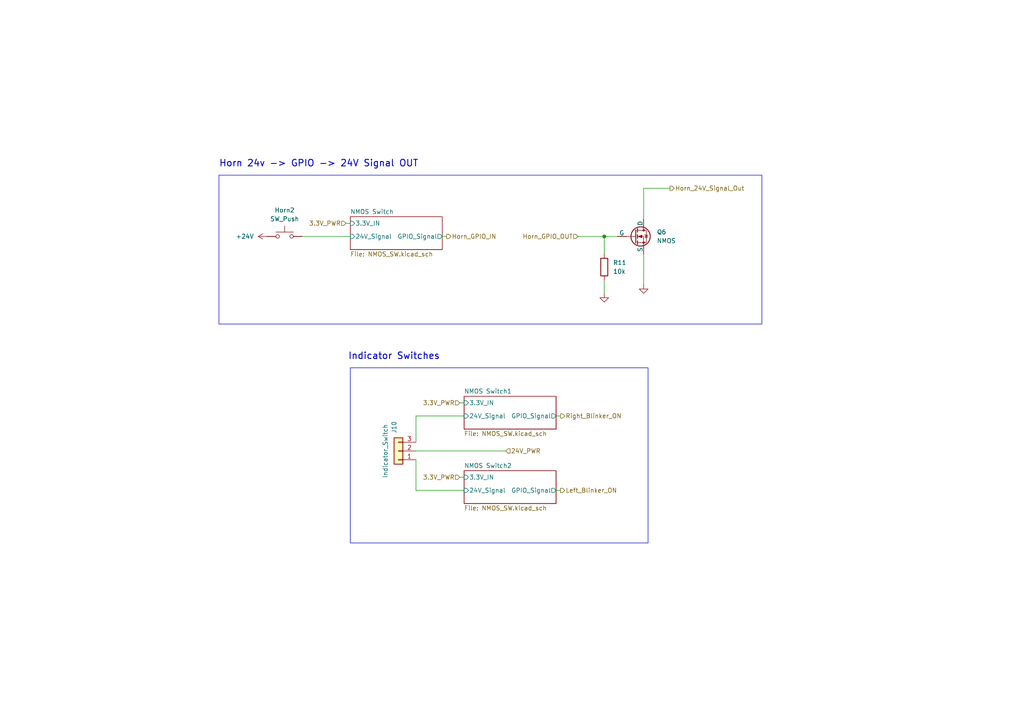
<source format=kicad_sch>
(kicad_sch (version 20250114) (generator "eeschema") (generator_version "9.0")
  (paper "A4")
  (lib_symbols
    (symbol "Connector:Conn_01x02_Pin" (pin_names (offset 1.016) (hide yes))
      (property "Reference" "J" (at 0 2.54 0))
      (property "Value" "Conn_01x02_Pin" (at 0 -5.08 0))
      (symbol "Conn_01x02_Pin_1_1"
        (rectangle (start 0.8636 0.127) (end 0 -0.127) (stroke (width 0.1524)) (fill (type outline)))
        (rectangle (start 0.8636 -2.413) (end 0 -2.667) (stroke (width 0.1524)) (fill (type outline)))
        (polyline (pts (xy 1.27 0) (xy 0.8636 0)) (stroke (width 0.1524)))
        (polyline (pts (xy 1.27 -2.54) (xy 0.8636 -2.54)) (stroke (width 0.1524)))
        (pin passive line (at 5.08 0 180) (length 3.81) (name "Pin_1") (number "1"))
        (pin passive line (at 5.08 -2.54 180) (length 3.81) (name "Pin_2") (number "2"))
      )
    )
    (symbol "Connector_Generic:Conn_01x03" (pin_names (offset 1.016) (hide yes))
      (property "Reference" "J" (at 0 5.08 0))
      (property "Value" "Conn_01x03" (at 0 -5.08 0))
      (symbol "Conn_01x03_1_1"
        (rectangle (start -1.27 3.81) (end 1.27 -3.81) (stroke (width 0.254)) (fill (type background)))
        (rectangle (start -1.27 2.667) (end 0 2.413) (stroke (width 0.1524)))
        (rectangle (start -1.27 0.127) (end 0 -0.127) (stroke (width 0.1524)))
        (rectangle (start -1.27 -2.413) (end 0 -2.667) (stroke (width 0.1524)))
        (pin passive line (at -5.08 2.54 0) (length 3.81) (name "Pin_1") (number "1"))
        (pin passive line (at -5.08 0 0) (length 3.81) (name "Pin_2") (number "2"))
        (pin passive line (at -5.08 -2.54 0) (length 3.81) (name "Pin_3") (number "3"))
      )
    )
    (symbol "Device:R" (pin_numbers (hide yes)) (pin_names (offset 0))
      (property "Reference" "R" (at 2.032 0 90))
      (property "Value" "R" (at 0 0 90))
      (symbol "R_0_1"
        (rectangle (start -1.016 -2.54) (end 1.016 2.54) (stroke (width 0.254)))
      )
      (symbol "R_1_1"
        (pin passive line (at 0 3.81 270) (length 1.27) (name "~") (number "1"))
        (pin passive line (at 0 -3.81 90) (length 1.27) (name "~") (number "2"))
      )
    )
    (symbol "Simulation_SPICE:NMOS" (pin_numbers (hide yes)) (pin_names (offset 0))
      (property "Reference" "Q" (at 5.08 1.27 0))
      (property "Value" "NMOS" (at 5.08 -1.27 0))
      (symbol "NMOS_0_1"
        (polyline (pts (xy 0.254 1.905) (xy 0.254 -1.905)) (stroke (width 0.254)))
        (polyline (pts (xy 0.254 0) (xy -2.54 0)))
        (polyline (pts (xy 0.762 2.286) (xy 0.762 1.27)) (stroke (width 0.254)))
        (polyline (pts (xy 0.762 0.508) (xy 0.762 -0.508)) (stroke (width 0.254)))
        (polyline (pts (xy 0.762 -1.27) (xy 0.762 -2.286)) (stroke (width 0.254)))
        (polyline (pts (xy 0.762 -1.778) (xy 3.302 -1.778) (xy 3.302 1.778) (xy 0.762 1.778)))
        (polyline (pts (xy 1.016 0) (xy 2.032 0.381) (xy 2.032 -0.381) (xy 1.016 0)) (fill (type outline)))
        (circle (center 1.651 0) (radius 2.794) (stroke (width 0.254)))
        (polyline (pts (xy 2.54 2.54) (xy 2.54 1.778)))
        (circle (center 2.54 1.778) (radius 0.254) (fill (type outline)))
        (circle (center 2.54 -1.778) (radius 0.254) (fill (type outline)))
        (polyline (pts (xy 2.54 -2.54) (xy 2.54 0) (xy 0.762 0)))
        (polyline (pts (xy 2.794 0.508) (xy 2.921 0.381) (xy 3.683 0.381) (xy 3.81 0.254)))
        (polyline (pts (xy 3.302 0.381) (xy 2.921 -0.254) (xy 3.683 -0.254) (xy 3.302 0.381)))
      )
      (symbol "NMOS_1_1"
        (pin input line (at -5.08 0 0) (length 2.54) (name "G") (number "2"))
        (pin passive line (at 2.54 5.08 270) (length 2.54) (name "D") (number "1"))
        (pin passive line (at 2.54 -5.08 90) (length 2.54) (name "S") (number "3"))
      )
    )
    (symbol "Switch:SW_Push" (pin_numbers (hide yes)) (pin_names (offset 1.016) (hide yes))
      (property "Reference" "SW" (at 1.27 2.54 0))
      (property "Value" "SW_Push" (at 0 -1.524 0))
      (symbol "SW_Push_0_1"
        (circle (center -2.032 0) (radius 0.508))
        (polyline (pts (xy 0 1.27) (xy 0 3.048)))
        (circle (center 2.032 0) (radius 0.508))
        (polyline (pts (xy 2.54 1.27) (xy -2.54 1.27)))
        (pin passive line (at -5.08 0 0) (length 2.54) (name "1") (number "1"))
        (pin passive line (at 5.08 0 180) (length 2.54) (name "2") (number "2"))
      )
    )
    (symbol "power:+24V" (power) (pin_numbers (hide yes)) (pin_names (offset 0) (hide yes))
      (property "Value" "+24V" (at 0 3.556 0))
      (symbol "+24V_0_1"
        (polyline (pts (xy -0.762 1.27) (xy 0 2.54)))
        (polyline (pts (xy 0 2.54) (xy 0.762 1.27)))
        (polyline (pts (xy 0 0) (xy 0 2.54)))
      )
      (symbol "+24V_1_1"
        (pin power_in line (at 0 0 90) (length 0) (name "~") (number "1"))
      )
    )
    (symbol "power:GND" (power) (pin_numbers (hide yes)) (pin_names (offset 0) (hide yes))
      (property "Value" "GND" (at 0 -3.81 0))
      (symbol "GND_0_1"
        (polyline (pts (xy 0 0) (xy 0 -1.27) (xy 1.27 -1.27) (xy 0 -2.54) (xy -1.27 -1.27) (xy 0 -1.27)))
      )
      (symbol "GND_1_1"
        (pin power_in line (at 0 0 270) (length 0) (name "~") (number "1"))
      )
    )
  )
  (rectangle (start 63.5 50.8) (end 220.98 93.98))
  (rectangle (start 101.6 106.68) (end 187.96 157.48))
  (text "Horn 24v -> GPIO -> 24V Signal OUT" (at 92.456 47.498 0) (effects (font (size 1.905 1.905) (thickness 0.254) (bold yes))))
  (text "Indicator Switches" (at 114.3 103.378 0) (effects (font (size 1.905 1.905) (thickness 0.254) (bold yes))))
  (junction (at 175.26 68.58))
  (wire (pts (xy 167.64 68.58) (xy 175.26 68.58)))
  (wire (pts (xy 120.65 120.65) (xy 120.65 128.27)))
  (wire (pts (xy 186.69 54.61) (xy 186.69 63.5)))
  (wire (pts (xy 161.29 120.65) (xy 162.56 120.65)))
  (wire (pts (xy 120.65 130.81) (xy 146.685 130.81)))
  (wire (pts (xy 186.69 73.66) (xy 186.69 82.55)))
  (wire (pts (xy 133.35 138.43) (xy 134.62 138.43)))
  (wire (pts (xy 120.65 120.65) (xy 134.62 120.65)))
  (wire (pts (xy 161.29 142.24) (xy 162.56 142.24)))
  (wire (pts (xy 87.63 68.58) (xy 101.6 68.58)))
  (wire (pts (xy 175.26 81.28) (xy 175.26 85.09)))
  (wire (pts (xy 120.65 133.35) (xy 120.65 142.24)))
  (wire (pts (xy 175.26 68.58) (xy 175.26 73.66)))
  (wire (pts (xy 120.65 142.24) (xy 134.62 142.24)))
  (wire (pts (xy 100.33 64.77) (xy 101.6 64.77)))
  (wire (pts (xy 175.26 68.58) (xy 179.07 68.58)))
  (wire (pts (xy 128.27 68.58) (xy 129.54 68.58)))
  (wire (pts (xy 133.35 116.84) (xy 134.62 116.84)))
  (wire (pts (xy 186.69 54.61) (xy 194.31 54.61)))
  (hierarchical_label "3.3V_PWR" (shape input) (at 100.33 64.77 180))
  (hierarchical_label "Horn_24V_Signal_Out" (shape output) (at 194.31 54.61 0))
  (hierarchical_label "24V_PWR" (shape input) (at 146.685 130.81 0))
  (hierarchical_label "Horn_GPIO_OUT" (shape input) (at 167.64 68.58 180))
  (hierarchical_label "Horn_GPIO_IN" (shape output) (at 129.54 68.58 0))
  (hierarchical_label "Right_Blinker_ON" (shape output) (at 162.56 120.65 0))
  (hierarchical_label "3.3V_PWR" (shape input) (at 133.35 116.84 180))
  (hierarchical_label "Left_Blinker_ON" (shape output) (at 162.56 142.24 0))
  (hierarchical_label "3.3V_PWR" (shape input) (at 133.35 138.43 180))
  (symbol (lib_id "power:GND") (at 175.26 85.09 0) (unit 1)
    (property "Reference" "#PWR028" (effects (hide yes)))
    (property "Value" "GND" (effects (hide yes)))
    (property "Description" "Power symbol creates a global label with name \"GND\" , ground" (effects (hide yes)))
  )
  (symbol (lib_id "power:+24V") (at 77.47 68.58 90) (unit 1)
    (property "Reference" "#PWR049" (effects (hide yes)))
    (property "Value" "+24V" (at 73.66 68.5799 90) (effects (justify left)))
    (property "Description" "Power symbol creates a global label with name \"+24V\"" (effects (hide yes)))
  )
  (symbol (lib_id "power:GND") (at 186.69 82.55 0) (unit 1)
    (property "Reference" "#PWR029" (effects (hide yes)))
    (property "Value" "GND" (effects (hide yes)))
    (property "Description" "Power symbol creates a global label with name \"GND\" , ground" (effects (hide yes)))
  )
  (symbol (lib_id "Connector:Conn_01x02_Pin") (at -30909.26 -18529.3 0) (unit 1)
    (property "Reference" "J8" (at -30908.625 -18533.11 0))
    (property "Value" "Conn_01x02_Pin" (at -30908.625 -18530.57 0))
    (property "Description" "Generic connector, single row, 01x02, script generated" (effects (hide yes)))
  )
  (symbol (lib_id "Device:R") (at 175.26 77.47 0) (unit 1)
    (property "Reference" "R11" (at 177.8 76.1999 0) (effects (justify left)))
    (property "Value" "10k" (at 177.8 78.7399 0) (effects (justify left)))
    (property "Description" "Resistor" (effects (hide yes)))
  )
  (symbol (lib_id "Connector_Generic:Conn_01x03") (at 115.57 130.81 180) (unit 1)
    (property "Reference" "J10" (at 114.2999 125.73 90) (effects (justify right)))
    (property "Value" "Indicator_Switch" (at 111.76 138.684 90) (effects (justify right)))
    (property "Footprint" "Connector_Molex:Molex_Micro-Fit_3.0_43650-0300_1x03_P3.00mm_Horizontal" (effects (hide yes)))
    (property "Datasheet" "https://configured-product-images.s3.amazonaws.com/Datasheets/100.pdf" (effects (hide yes)))
    (property "Description" "Generic connector, single row, 01x03, script generated (kicad-library-utils/schlib/autogen/connector/)" (effects (hide yes)))
    (property "P/N" "43650-0300" (effects (hide yes)))
  )
  (symbol (lib_id "Simulation_SPICE:NMOS") (at 184.15 68.58 0) (unit 1)
    (property "Reference" "Q6" (at 190.5 67.3099 0) (effects (justify left)))
    (property "Value" "NMOS" (at 190.5 69.8499 0) (effects (justify left)))
    (property "Datasheet" "https://ngspice.sourceforge.io/docs/ngspice-html-manual/manual.xhtml#cha_MOSFETs" (effects (hide yes)))
    (property "Description" "N-MOSFET transistor, drain/source/gate" (effects (hide yes)))
    (property "Sim.Device" "NMOS" (effects (hide yes)))
    (property "Sim.Type" "VDMOS" (effects (hide yes)))
    (property "Sim.Pins" "1=D 2=G 3=S" (effects (hide yes)))
  )
  (symbol (lib_id "Switch:SW_Push") (at 82.55 68.58 0) (unit 1)
    (property "Reference" "Horn2" (at 82.55 60.96 0))
    (property "Value" "SW_Push" (at 82.55 63.5 0))
    (property "Footprint" "Connector_Molex:Molex_Nano-Fit_105313-xx02_1x02_P2.50mm_Horizontal" (effects (hide yes)))
    (property "Description" "Push button switch, generic, two pins" (effects (hide yes)))
  )
  (sheet (at 101.6 62.865) (size 26.67 9.525) (stroke (width 0.1524))
    (property "Sheetname" "NMOS Switch" (at 101.6 62.1534 0) (effects (justify left bottom)))
    (property "Sheetfile" "NMOS_SW.kicad_sch" (at 101.6 72.9746 0) (effects (justify left top)))
    (pin "24V_Signal" input (at 101.6 68.58 180))
    (pin "GPIO_Signal" output (at 128.27 68.58 0))
    (pin "3.3V_IN" input (at 101.6 64.77 180))
  )
  (sheet (at 134.62 136.525) (size 26.67 9.525) (stroke (width 0.1524))
    (property "Sheetname" "NMOS Switch2" (at 134.62 135.8134 0) (effects (justify left bottom)))
    (property "Sheetfile" "NMOS_SW.kicad_sch" (at 134.62 146.6346 0) (effects (justify left top)))
    (pin "24V_Signal" input (at 134.62 142.24 180))
    (pin "GPIO_Signal" output (at 161.29 142.24 0))
    (pin "3.3V_IN" input (at 134.62 138.43 180))
  )
  (sheet (at 134.62 114.935) (size 26.67 9.525) (stroke (width 0.1524))
    (property "Sheetname" "NMOS Switch1" (at 134.62 114.2234 0) (effects (justify left bottom)))
    (property "Sheetfile" "NMOS_SW.kicad_sch" (at 134.62 125.0446 0) (effects (justify left top)))
    (pin "24V_Signal" input (at 134.62 120.65 180))
    (pin "GPIO_Signal" output (at 161.29 120.65 0))
    (pin "3.3V_IN" input (at 134.62 116.84 180))
  )
)
</source>
